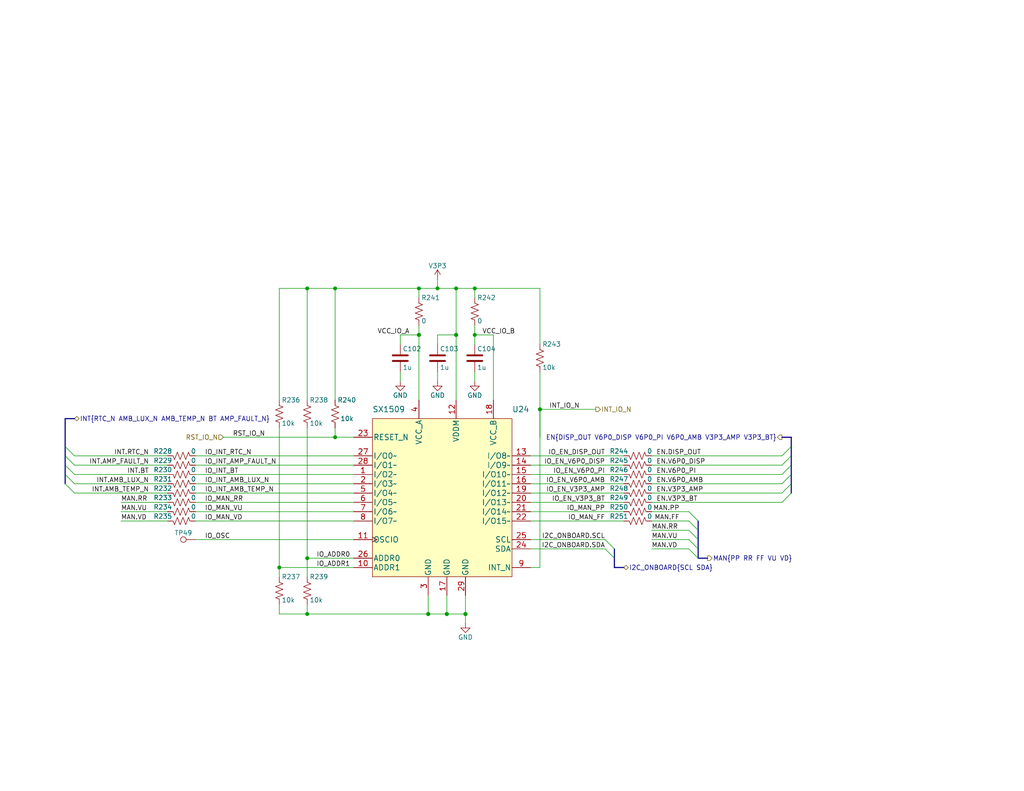
<source format=kicad_sch>
(kicad_sch (version 20211123) (generator eeschema)
  (paper "A")
  (title_block (title "Clock-Radio Main") (date "2022-03-05") (rev "0.5") (company "Ruralguru Projects") (comment 1 "Earl Watkins"))
  (lib_symbols
    (symbol "Connector:TestPoint" (pin_numbers hide) (pin_names (offset 0.762) hide)
      (property "Reference" "TP" (at 0 6.858 0))
      (property "Value" "TestPoint" (at 0 5.08 0))
      (symbol "TestPoint_0_1"
        (circle (center 0 3.302) (radius 0.762))
      )
      (symbol "TestPoint_1_1"
        (pin passive line (at 0 0 90) (length 2.54) (name "1") (number "1"))
      )
    )
    (symbol "Device:C" (pin_numbers hide) (pin_names (offset 0.254))
      (property "Reference" "C" (at 0.635 2.54 0))
      (property "Value" "C" (at 0.635 -2.54 0))
      (symbol "C_0_1"
        (polyline (pts (xy -2.032 -0.762) (xy 2.032 -0.762)) (stroke (width 0.508)))
        (polyline (pts (xy -2.032 0.762) (xy 2.032 0.762)) (stroke (width 0.508)))
      )
      (symbol "C_1_1"
        (pin passive line (at 0 3.81 270) (length 2.794) (name "~") (number "1"))
        (pin passive line (at 0 -3.81 90) (length 2.794) (name "~") (number "2"))
      )
    )
    (symbol "Device:R_US" (pin_numbers hide) (pin_names (offset 0))
      (property "Reference" "R" (at 2.54 0 90))
      (property "Value" "R_US" (at -2.54 0 90))
      (symbol "R_US_0_1"
        (polyline (pts (xy 0 -2.286) (xy 0 -2.54)))
        (polyline (pts (xy 0 2.286) (xy 0 2.54)))
        (polyline (pts (xy 0 -0.762) (xy 1.016 -1.143) (xy 0 -1.524) (xy -1.016 -1.905) (xy 0 -2.286)))
        (polyline (pts (xy 0 0.762) (xy 1.016 0.381) (xy 0 0) (xy -1.016 -0.381) (xy 0 -0.762)))
        (polyline (pts (xy 0 2.286) (xy 1.016 1.905) (xy 0 1.524) (xy -1.016 1.143) (xy 0 0.762)))
      )
      (symbol "R_US_1_1"
        (pin passive line (at 0 3.81 270) (length 1.27) (name "~") (number "1"))
        (pin passive line (at 0 -3.81 90) (length 1.27) (name "~") (number "2"))
      )
    )
    (symbol "ERW_PRIMARY:SX1509" (pin_names (offset 0.254))
      (property "Reference" "U" (at -2.54 45.72 0))
      (property "Value" "SX1509" (at -38.1 45.72 0))
      (symbol "SX1509_0_1"
        (rectangle (start -38.1 43.18) (end 0 0) (stroke (width 0.1524)) (fill (type background)))
      )
      (symbol "SX1509_1_1"
        (pin bidirectional line (at -43.18 27.94 0) (length 5.08) (name "I/O2~") (number "1"))
        (pin input line (at -43.18 2.54 0) (length 5.08) (name "ADDR1") (number "10"))
        (pin bidirectional clock (at -43.18 10.16 0) (length 5.08) (name "OSCIO") (number "11"))
        (pin power_in line (at -15.24 48.26 270) (length 5.08) (name "VDDM") (number "12"))
        (pin bidirectional line (at 5.08 33.02 180) (length 5.08) (name "I/O8~") (number "13"))
        (pin bidirectional line (at 5.08 30.48 180) (length 5.08) (name "I/O9~") (number "14"))
        (pin bidirectional line (at 5.08 27.94 180) (length 5.08) (name "I/O10~") (number "15"))
        (pin bidirectional line (at 5.08 25.4 180) (length 5.08) (name "I/O11~") (number "16"))
        (pin power_in line (at -17.78 -5.08 90) (length 5.08) (name "GND") (number "17"))
        (pin power_in line (at -5.08 48.26 270) (length 5.08) (name "VCC_B") (number "18"))
        (pin bidirectional line (at 5.08 22.86 180) (length 5.08) (name "I/O12~") (number "19"))
        (pin bidirectional line (at -43.18 25.4 0) (length 5.08) (name "I/O3~") (number "2"))
        (pin bidirectional line (at 5.08 20.32 180) (length 5.08) (name "I/O13~") (number "20"))
        (pin bidirectional line (at 5.08 17.78 180) (length 5.08) (name "I/O14~") (number "21"))
        (pin bidirectional line (at 5.08 15.24 180) (length 5.08) (name "I/O15~") (number "22"))
        (pin input line (at -43.18 38.1 0) (length 5.08) (name "RESET_N") (number "23"))
        (pin bidirectional line (at 5.08 7.62 180) (length 5.08) (name "SDA") (number "24"))
        (pin input line (at 5.08 10.16 180) (length 5.08) (name "SCL") (number "25"))
        (pin input line (at -43.18 5.08 0) (length 5.08) (name "ADDR0") (number "26"))
        (pin bidirectional line (at -43.18 33.02 0) (length 5.08) (name "I/O0~") (number "27"))
        (pin bidirectional line (at -43.18 30.48 0) (length 5.08) (name "I/O1~") (number "28"))
        (pin power_in line (at -12.7 -5.08 90) (length 5.08) (name "GND") (number "29"))
        (pin power_in line (at -22.86 -5.08 90) (length 5.08) (name "GND") (number "3"))
        (pin power_in line (at -25.4 48.26 270) (length 5.08) (name "VCC_A") (number "4"))
        (pin bidirectional line (at -43.18 22.86 0) (length 5.08) (name "I/O4~") (number "5"))
        (pin bidirectional line (at -43.18 20.32 0) (length 5.08) (name "I/O5~") (number "6"))
        (pin bidirectional line (at -43.18 17.78 0) (length 5.08) (name "I/O6~") (number "7"))
        (pin bidirectional line (at -43.18 15.24 0) (length 5.08) (name "I/O7~") (number "8"))
        (pin output line (at 5.08 2.54 180) (length 5.08) (name "INT_N") (number "9"))
      )
    )
    (symbol "ERW_Power:V3P3" (power) (pin_names (offset 0))
      (property "Value" "V3P3" (at 0 3.556 0))
      (symbol "V3P3_0_1"
        (polyline (pts (xy -0.762 1.27) (xy 0 2.54)))
        (polyline (pts (xy 0 0) (xy 0 2.54)))
        (polyline (pts (xy 0 2.54) (xy 0.762 1.27)))
      )
      (symbol "V3P3_1_1"
        (pin power_in line (at 0 0 90) (length 0) hide (name "V3P3") (number "1"))
      )
    )
    (symbol "power:GND" (power) (pin_names (offset 0))
      (property "Value" "GND" (at 0 -3.81 0))
      (symbol "GND_0_1"
        (polyline (pts (xy 0 0) (xy 0 -1.27) (xy 1.27 -1.27) (xy 0 -2.54) (xy -1.27 -1.27) (xy 0 -1.27)))
      )
      (symbol "GND_1_1"
        (pin power_in line (at 0 0 270) (length 0) hide (name "GND") (number "1"))
      )
    )
  )
  (junction (at 147.3201 111.76))
  (junction (at 116.84 167.64))
  (junction (at 121.9201 167.64))
  (junction (at 121.92 167.64))
  (junction (at 76.2001 154.94))
  (junction (at 83.8201 152.4))
  (junction (at 116.8401 167.64))
  (junction (at 124.46 91.44))
  (junction (at 83.8201 167.64))
  (junction (at 114.3 91.44))
  (junction (at 127.0001 167.64))
  (junction (at 119.3801 78.74))
  (junction (at 91.4401 78.74))
  (junction (at 129.5401 78.74))
  (junction (at 129.5401 91.44))
  (junction (at 83.8201 78.74))
  (junction (at 124.4601 78.74))
  (junction (at 114.3001 78.74))
  (junction (at 127 167.64))
  (junction (at 124.4601 91.44))
  (junction (at 91.44 119.38))
  (junction (at 147.32 111.76))
  (junction (at 114.3001 91.44))
  (bus_entry (at 213.36 127) (size 2.54 -2.54))
  (bus_entry (at 17.78 129.54) (size 2.54 2.54))
  (bus_entry (at 190.5 144.78) (size -2.54 -2.54))
  (bus_entry (at 17.78 121.92) (size 2.54 2.54))
  (bus_entry (at 190.5 142.24) (size -2.54 -2.54))
  (bus_entry (at 213.36 129.54) (size 2.54 -2.54))
  (bus_entry (at 17.78 124.46) (size 2.54 2.54))
  (bus_entry (at 213.36 124.46) (size 2.54 -2.54))
  (bus_entry (at 190.5 149.86) (size -2.54 -2.54))
  (bus_entry (at 213.36 132.08) (size 2.54 -2.54))
  (bus_entry (at 190.5 147.32) (size -2.54 -2.54))
  (bus_entry (at 213.36 134.62) (size 2.54 -2.54))
  (bus_entry (at 165.1 147.32) (size 2.54 2.54))
  (bus_entry (at 165.1 149.86) (size 2.54 2.54))
  (bus_entry (at 190.5 152.4) (size -2.54 -2.54))
  (bus_entry (at 17.78 127) (size 2.54 2.54))
  (bus_entry (at 213.36 137.16) (size 2.54 -2.54))
  (bus_entry (at 17.78 132.08) (size 2.54 2.54))
  (bus (pts (xy 215.9 121.92) (xy 215.9 119.38)))
  (wire (pts (xy 83.8201 78.74) (xy 91.4401 78.74)))
  (wire (pts (xy 147.32 111.76) (xy 147.3201 111.76)))
  (wire (pts (xy 114.3 109.22) (xy 114.3 91.44)))
  (wire (pts (xy 119.3801 76.2) (xy 119.3801 78.74)))
  (wire (pts (xy 147.3201 78.74) (xy 129.5401 78.74)))
  (wire (pts (xy 144.78 137.16) (xy 170.18 137.16)))
  (bus (pts (xy 193.04 152.4) (xy 190.5 152.4)))
  (wire (pts (xy 76.2001 109.22) (xy 76.2001 78.74)))
  (wire (pts (xy 76.2001 116.84) (xy 76.2001 154.94)))
  (bus (pts (xy 190.5 149.86) (xy 190.5 147.32)))
  (wire (pts (xy 53.34 124.46) (xy 96.52 124.46)))
  (wire (pts (xy 129.5401 91.44) (xy 134.62 91.44)))
  (wire (pts (xy 116.84 167.64) (xy 116.8401 167.64)))
  (bus (pts (xy 167.64 152.4) (xy 167.64 154.94)))
  (bus (pts (xy 190.5 144.78) (xy 190.5 142.24)))
  (wire (pts (xy 91.44 119.38) (xy 96.52 119.38)))
  (bus (pts (xy 215.9 127) (xy 215.9 129.54)))
  (wire (pts (xy 116.84 162.56) (xy 116.84 167.64)))
  (wire (pts (xy 177.8 147.32) (xy 187.96 147.32)))
  (bus (pts (xy 167.64 149.86) (xy 167.64 152.4)))
  (wire (pts (xy 114.3001 88.9) (xy 114.3001 91.44)))
  (wire (pts (xy 144.78 134.62) (xy 170.18 134.62)))
  (wire (pts (xy 144.78 132.08) (xy 170.18 132.08)))
  (wire (pts (xy 177.8 144.78) (xy 187.96 144.78)))
  (wire (pts (xy 53.34 127) (xy 96.52 127)))
  (wire (pts (xy 121.92 167.64) (xy 121.9201 167.64)))
  (bus (pts (xy 190.5 147.32) (xy 190.5 144.78)))
  (wire (pts (xy 114.3001 91.44) (xy 114.3 91.44)))
  (bus (pts (xy 17.78 127) (xy 17.78 129.54)))
  (wire (pts (xy 129.5401 93.98) (xy 129.5401 91.44)))
  (wire (pts (xy 127 167.64) (xy 121.9201 167.64)))
  (wire (pts (xy 144.78 147.32) (xy 165.1 147.32)))
  (wire (pts (xy 177.8 129.54) (xy 213.36 129.54)))
  (wire (pts (xy 177.8 142.24) (xy 187.96 142.24)))
  (wire (pts (xy 127 162.56) (xy 127 167.64)))
  (wire (pts (xy 119.3801 78.74) (xy 114.3001 78.74)))
  (bus (pts (xy 17.78 114.3) (xy 17.78 121.92)))
  (wire (pts (xy 144.78 142.24) (xy 170.18 142.24)))
  (wire (pts (xy 144.78 129.54) (xy 170.18 129.54)))
  (wire (pts (xy 147.3201 111.76) (xy 147.3201 119.38)))
  (wire (pts (xy 96.52 152.4) (xy 83.8201 152.4)))
  (wire (pts (xy 147.32 101.6) (xy 147.3201 119.38)))
  (wire (pts (xy 124.4601 78.74) (xy 129.5401 78.74)))
  (wire (pts (xy 91.44 116.84) (xy 91.44 119.38)))
  (bus (pts (xy 215.9 124.46) (xy 215.9 121.92)))
  (wire (pts (xy 53.34 137.16) (xy 96.52 137.16)))
  (wire (pts (xy 53.34 134.62) (xy 96.52 134.62)))
  (wire (pts (xy 119.3801 101.6) (xy 119.3801 104.14)))
  (wire (pts (xy 144.78 154.94) (xy 147.32 154.94)))
  (bus (pts (xy 215.9 132.08) (xy 215.9 134.62)))
  (wire (pts (xy 83.8201 152.4) (xy 83.8201 116.84)))
  (wire (pts (xy 76.2001 154.94) (xy 76.2001 157.48)))
  (bus (pts (xy 17.78 121.92) (xy 17.78 124.46)))
  (wire (pts (xy 83.8201 152.4) (xy 83.8201 157.48)))
  (bus (pts (xy 190.5 152.4) (xy 190.5 149.86)))
  (bus (pts (xy 17.78 114.3) (xy 20.32 114.3)))
  (wire (pts (xy 124.4601 78.74) (xy 124.4601 91.44)))
  (wire (pts (xy 20.32 132.08) (xy 45.72 132.08)))
  (bus (pts (xy 215.9 127) (xy 215.9 124.46)))
  (wire (pts (xy 20.32 127) (xy 45.72 127)))
  (wire (pts (xy 53.34 139.7) (xy 96.52 139.7)))
  (wire (pts (xy 144.78 124.46) (xy 170.18 124.46)))
  (wire (pts (xy 91.4401 78.74) (xy 91.44 109.22)))
  (wire (pts (xy 60.96 119.38) (xy 91.44 119.38)))
  (wire (pts (xy 20.32 124.46) (xy 45.72 124.46)))
  (wire (pts (xy 147.3201 119.38) (xy 147.32 154.94)))
  (wire (pts (xy 76.2001 167.64) (xy 83.8201 167.64)))
  (wire (pts (xy 76.2001 78.74) (xy 83.8201 78.74)))
  (wire (pts (xy 83.8201 109.22) (xy 83.8201 78.74)))
  (wire (pts (xy 124.46 91.44) (xy 119.3801 91.44)))
  (wire (pts (xy 127 167.64) (xy 127.0001 167.64)))
  (wire (pts (xy 119.3801 91.44) (xy 119.3801 93.98)))
  (wire (pts (xy 177.8 149.86) (xy 187.96 149.86)))
  (bus (pts (xy 215.9 132.08) (xy 215.9 129.54)))
  (bus (pts (xy 17.78 129.54) (xy 17.78 132.08)))
  (wire (pts (xy 114.3001 78.74) (xy 91.4401 78.74)))
  (wire (pts (xy 177.8 134.62) (xy 213.36 134.62)))
  (wire (pts (xy 53.34 147.32) (xy 96.52 147.32)))
  (bus (pts (xy 167.64 154.94) (xy 170.18 154.94)))
  (wire (pts (xy 53.34 132.08) (xy 96.52 132.08)))
  (wire (pts (xy 144.78 149.86) (xy 165.1 149.86)))
  (wire (pts (xy 127.0001 167.64) (xy 127.0001 170.18)))
  (wire (pts (xy 144.78 139.7) (xy 170.18 139.7)))
  (wire (pts (xy 76.2001 154.94) (xy 96.52 154.94)))
  (wire (pts (xy 177.8 132.08) (xy 213.36 132.08)))
  (wire (pts (xy 147.3201 111.76) (xy 162.56 111.76)))
  (wire (pts (xy 129.5401 88.9) (xy 129.5401 91.44)))
  (wire (pts (xy 83.8201 167.64) (xy 116.84 167.64)))
  (wire (pts (xy 177.8 139.7) (xy 187.96 139.7)))
  (wire (pts (xy 33.02 142.24) (xy 45.72 142.24)))
  (wire (pts (xy 114.3 91.44) (xy 109.2201 91.44)))
  (wire (pts (xy 177.8 127) (xy 213.36 127)))
  (wire (pts (xy 121.92 167.64) (xy 116.8401 167.64)))
  (bus (pts (xy 213.36 119.38) (xy 215.9 119.38)))
  (wire (pts (xy 177.8 137.16) (xy 213.36 137.16)))
  (wire (pts (xy 20.32 129.54) (xy 45.72 129.54)))
  (wire (pts (xy 109.2201 101.6) (xy 109.2201 104.14)))
  (wire (pts (xy 114.3001 78.74) (xy 114.3001 81.28)))
  (wire (pts (xy 129.5401 101.6) (xy 129.5401 104.14)))
  (wire (pts (xy 147.32 93.98) (xy 147.3201 78.74)))
  (wire (pts (xy 134.62 91.44) (xy 134.62 109.22)))
  (wire (pts (xy 109.2201 91.44) (xy 109.2201 93.98)))
  (wire (pts (xy 33.02 137.16) (xy 45.72 137.16)))
  (wire (pts (xy 124.46 91.44) (xy 124.4601 91.44)))
  (wire (pts (xy 20.32 134.62) (xy 45.72 134.62)))
  (wire (pts (xy 121.92 162.56) (xy 121.92 167.64)))
  (wire (pts (xy 144.78 127) (xy 170.18 127)))
  (wire (pts (xy 53.34 142.24) (xy 96.52 142.24)))
  (wire (pts (xy 177.8 124.46) (xy 213.36 124.46)))
  (bus (pts (xy 17.78 124.46) (xy 17.78 127)))
  (wire (pts (xy 124.46 109.22) (xy 124.46 91.44)))
  (wire (pts (xy 83.8201 165.1) (xy 83.8201 167.64)))
  (wire (pts (xy 53.34 129.54) (xy 96.52 129.54)))
  (wire (pts (xy 76.2001 165.1) (xy 76.2001 167.64)))
  (wire (pts (xy 33.02 139.7) (xy 45.72 139.7)))
  (wire (pts (xy 119.3801 78.74) (xy 124.4601 78.74)))
  (wire (pts (xy 129.5401 81.28) (xy 129.5401 78.74)))
  (text "${SHEETNAME}" (at 12.7 30.48 0) (effects (font (size 10.16 10.16) (thickness 2.032) bold) (justify left bottom)))
  (label "IO_MAN_VD" (at 55.88 142.24 0))
  (label "INT.AMB_LUX_N" (at 40.64 132.08 180))
  (label "MAN.VU" (at 33.02 139.7 0))
  (label "IO_MAN_RR" (at 55.88 137.16 0))
  (label "I2C_ONBOARD.SCL" (at 165.1 147.32 180))
  (label "I2C_ONBOARD.SDA" (at 165.1 149.86 180))
  (label "MAN.RR" (at 33.02 137.16 0))
  (label "IO_INT_AMP_FAULT_N" (at 55.88 127 0))
  (label "EN.V6P0_DISP" (at 179.07 127 0))
  (label "IO_INT_BT" (at 55.88 129.54 0))
  (label "INT.AMP_FAULT_N" (at 40.64 127 180))
  (label "VCC_IO_A" (at 111.7601 91.44 180))
  (label "EN.V3P3_BT" (at 179.07 137.16 0))
  (label "MAN.FF" (at 185.42 142.24 180))
  (label "EN.V6P0_AMB" (at 179.07 132.08 0))
  (label "INT_IO_N" (at 149.86 111.76 0))
  (label "INT.AMB_TEMP_N" (at 40.64 134.62 180))
  (label "EN.DISP_OUT" (at 179.07 124.46 0))
  (label "IO_EN_V6P0_AMB" (at 165.1 132.08 180))
  (label "IO_ADDR0" (at 86.3601 152.4 0))
  (label "INT.BT" (at 40.64 129.54 180))
  (label "EN.V3P3_AMP" (at 179.07 134.62 0))
  (label "IO_EN_V6P0_DISP" (at 165.1 127 180))
  (label "MAN.VU" (at 177.8 147.32 0))
  (label "IO_EN_V3P3_BT" (at 165.1 137.16 180))
  (label "IO_MAN_PP" (at 165.1 139.7 180))
  (label "MAN.VD" (at 33.02 142.24 0))
  (label "MAN.VD" (at 177.8 149.86 0))
  (label "IO_EN_V6P0_PI" (at 165.1 129.54 180))
  (label "IO_MAN_VU" (at 55.88 139.7 0))
  (label "EN.V6P0_PI" (at 179.07 129.54 0))
  (label "IO_INT_AMB_LUX_N" (at 55.88 132.08 0))
  (label "MAN.RR" (at 177.8 144.78 0))
  (label "INT.RTC_N" (at 40.64 124.46 180))
  (label "IO_EN_DISP_OUT" (at 165.1 124.46 180))
  (label "IO_INT_AMB_TEMP_N" (at 55.88 134.62 0))
  (label "IO_ADDR1" (at 86.3601 154.94 0))
  (label "IO_OSC" (at 55.88 147.32 0))
  (label "RST_IO_N" (at 63.5 119.38 0))
  (label "IO_INT_RTC_N" (at 55.88 124.46 0))
  (label "MAN.PP" (at 185.42 139.7 180))
  (label "IO_MAN_FF" (at 165.1 142.24 180))
  (label "IO_EN_V3P3_AMP" (at 165.1 134.62 180))
  (label "VCC_IO_B" (at 131.5721 91.44 0))
  (hierarchical_label "MAN{PP RR FF VU VD}" (shape output) (at 193.04 152.4 0))
  (hierarchical_label "I2C_ONBOARD{SCL SDA}" (shape bidirectional) (at 170.18 154.94 0))
  (hierarchical_label "EN{DISP_OUT V6P0_DISP V6P0_PI V6P0_AMB V3P3_AMP V3P3_BT}" (shape output) (at 213.36 119.38 0))
  (hierarchical_label "INT{RTC_N AMB_LUX_N AMB_TEMP_N BT AMP_FAULT_N}" (shape bidirectional) (at 20.32 114.3 0))
  (hierarchical_label "RST_IO_N" (shape input) (at 60.96 119.38 180))
  (hierarchical_label "INT_IO_N" (shape output) (at 162.56 111.76 0))
  (symbol (lib_id "Device:R_US") (at 49.53 137.16 270) (mirror x) (unit 1)
    (property "Reference" "R233" (at 46.99 135.89 90) (effects (justify right)))
    (property "Value" "0" (at 52.07 135.89 90) (effects (justify left)))
    (property "Footprint" "Resistor_SMD:R_0603_1608Metric_Pad0.98x0.95mm_HandSolder" (effects hide))
    (property "Description" "Resistors - SMD 0 Ohms 100 mW 0603 1%" (effects hide))
    (property "MFR" "YAGEO" (effects hide))
    (property "MPN" "RC0603FR-130RL" (effects hide))
    (property "Vendor" "Mouser" (effects hide))
    (property "Vendor PN" "603-RC0603FR-130RL" (effects hide))
  )
  (symbol (lib_id "power:GND") (at 127.0001 170.18 0) (unit 1)
    (property "Reference" "#PWR097" (effects hide))
    (property "Value" "GND" (at 127.0001 173.99 0))
  )
  (symbol (lib_id "Device:R_US") (at 173.99 127 270) (mirror x) (unit 1)
    (property "Reference" "R245" (at 171.45 125.73 90) (effects (justify right)))
    (property "Value" "0" (at 176.53 125.73 90) (effects (justify left)))
    (property "Footprint" "Resistor_SMD:R_0603_1608Metric_Pad0.98x0.95mm_HandSolder" (effects hide))
    (property "Description" "Resistors - SMD 0 Ohms 100 mW 0603 1%" (effects hide))
    (property "MFR" "YAGEO" (effects hide))
    (property "MPN" "RC0603FR-130RL" (effects hide))
    (property "Vendor" "Mouser" (effects hide))
    (property "Vendor PN" "603-RC0603FR-130RL" (effects hide))
  )
  (symbol (lib_id "Device:C") (at 129.5401 97.79 0) (unit 1)
    (property "Reference" "C104" (at 130.1751 95.25 0) (effects (justify left)))
    (property "Value" "1u" (at 130.1751 100.33 0) (effects (justify left)))
    (property "Footprint" "Capacitor_SMD:C_0805_2012Metric_Pad1.18x1.45mm_HandSolder" (effects hide))
    (property "Description" "MLCC - SMD/SMT 1uF+/-10% 50V X7R 20 0805" (effects hide))
    (property "MFR" "Samsung Electro-Mechanics" (effects hide))
    (property "MPN" "CL21B105KBFNFNE" (effects hide))
    (property "Status" "ALWAYS" (effects hide))
    (property "Vendor" "Mouser" (effects hide))
    (property "Vendor PN" "187-CL21B105KBFNFNE" (effects hide))
  )
  (symbol (lib_id "Device:R_US") (at 173.99 142.24 270) (mirror x) (unit 1)
    (property "Reference" "R251" (at 171.45 140.97 90) (effects (justify right)))
    (property "Value" "0" (at 176.53 140.97 90) (effects (justify left)))
    (property "Footprint" "Resistor_SMD:R_0603_1608Metric_Pad0.98x0.95mm_HandSolder" (effects hide))
    (property "Description" "Resistors - SMD 0 Ohms 100 mW 0603 1%" (effects hide))
    (property "MFR" "YAGEO" (effects hide))
    (property "MPN" "RC0603FR-130RL" (effects hide))
    (property "Vendor" "Mouser" (effects hide))
    (property "Vendor PN" "603-RC0603FR-130RL" (effects hide))
  )
  (symbol (lib_id "Device:R_US") (at 173.99 124.46 270) (mirror x) (unit 1)
    (property "Reference" "R244" (at 171.45 123.19 90) (effects (justify right)))
    (property "Value" "0" (at 176.53 123.19 90) (effects (justify left)))
    (property "Footprint" "Resistor_SMD:R_0603_1608Metric_Pad0.98x0.95mm_HandSolder" (effects hide))
    (property "Description" "Resistors - SMD 0 Ohms 100 mW 0603 1%" (effects hide))
    (property "MFR" "YAGEO" (effects hide))
    (property "MPN" "RC0603FR-130RL" (effects hide))
    (property "Vendor" "Mouser" (effects hide))
    (property "Vendor PN" "603-RC0603FR-130RL" (effects hide))
  )
  (symbol (lib_id "Device:C") (at 109.2201 97.79 0) (unit 1)
    (property "Reference" "C102" (at 109.8551 95.25 0) (effects (justify left)))
    (property "Value" "1u" (at 109.8551 100.33 0) (effects (justify left)))
    (property "Footprint" "Capacitor_SMD:C_0805_2012Metric_Pad1.18x1.45mm_HandSolder" (effects hide))
    (property "Description" "MLCC - SMD/SMT 1uF+/-10% 50V X7R 20 0805" (effects hide))
    (property "MFR" "Samsung Electro-Mechanics" (effects hide))
    (property "MPN" "CL21B105KBFNFNE" (effects hide))
    (property "Status" "ALWAYS" (effects hide))
    (property "Vendor" "Mouser" (effects hide))
    (property "Vendor PN" "187-CL21B105KBFNFNE" (effects hide))
  )
  (symbol (lib_id "Device:R_US") (at 49.53 129.54 270) (mirror x) (unit 1)
    (property "Reference" "R230" (at 46.99 128.27 90) (effects (justify right)))
    (property "Value" "0" (at 52.07 128.27 90) (effects (justify left)))
    (property "Footprint" "Resistor_SMD:R_0603_1608Metric_Pad0.98x0.95mm_HandSolder" (effects hide))
    (property "Description" "Resistors - SMD 0 Ohms 100 mW 0603 1%" (effects hide))
    (property "MFR" "YAGEO" (effects hide))
    (property "MPN" "RC0603FR-130RL" (effects hide))
    (property "Vendor" "Mouser" (effects hide))
    (property "Vendor PN" "603-RC0603FR-130RL" (effects hide))
  )
  (symbol (lib_id "Device:C") (at 119.3801 97.79 0) (unit 1)
    (property "Reference" "C103" (at 120.0151 95.25 0) (effects (justify left)))
    (property "Value" "1u" (at 120.0151 100.33 0) (effects (justify left)))
    (property "Footprint" "Capacitor_SMD:C_0805_2012Metric_Pad1.18x1.45mm_HandSolder" (effects hide))
    (property "Description" "MLCC - SMD/SMT 1uF+/-10% 50V X7R 20 0805" (effects hide))
    (property "MFR" "Samsung Electro-Mechanics" (effects hide))
    (property "MPN" "CL21B105KBFNFNE" (effects hide))
    (property "Status" "ALWAYS" (effects hide))
    (property "Vendor" "Mouser" (effects hide))
    (property "Vendor PN" "187-CL21B105KBFNFNE" (effects hide))
  )
  (symbol (lib_id "Device:R_US") (at 173.99 137.16 270) (mirror x) (unit 1)
    (property "Reference" "R249" (at 171.45 135.89 90) (effects (justify right)))
    (property "Value" "0" (at 176.53 135.89 90) (effects (justify left)))
    (property "Footprint" "Resistor_SMD:R_0603_1608Metric_Pad0.98x0.95mm_HandSolder" (effects hide))
    (property "Description" "Resistors - SMD 0 Ohms 100 mW 0603 1%" (effects hide))
    (property "MFR" "YAGEO" (effects hide))
    (property "MPN" "RC0603FR-130RL" (effects hide))
    (property "Vendor" "Mouser" (effects hide))
    (property "Vendor PN" "603-RC0603FR-130RL" (effects hide))
  )
  (symbol (lib_id "Device:R_US") (at 173.99 132.08 270) (mirror x) (unit 1)
    (property "Reference" "R247" (at 171.45 130.81 90) (effects (justify right)))
    (property "Value" "0" (at 176.53 130.81 90) (effects (justify left)))
    (property "Footprint" "Resistor_SMD:R_0603_1608Metric_Pad0.98x0.95mm_HandSolder" (effects hide))
    (property "Description" "Resistors - SMD 0 Ohms 100 mW 0603 1%" (effects hide))
    (property "MFR" "YAGEO" (effects hide))
    (property "MPN" "RC0603FR-130RL" (effects hide))
    (property "Vendor" "Mouser" (effects hide))
    (property "Vendor PN" "603-RC0603FR-130RL" (effects hide))
  )
  (symbol (lib_id "power:GND") (at 119.3801 104.14 0) (unit 1)
    (property "Reference" "#PWR096" (effects hide))
    (property "Value" "GND" (at 119.3801 107.95 0))
  )
  (symbol (lib_id "power:GND") (at 109.2201 104.14 0) (unit 1)
    (property "Reference" "#PWR094" (effects hide))
    (property "Value" "GND" (at 109.2201 107.95 0))
  )
  (symbol (lib_id "Device:R_US") (at 49.53 124.46 270) (mirror x) (unit 1)
    (property "Reference" "R228" (at 46.99 123.19 90) (effects (justify right)))
    (property "Value" "0" (at 52.07 123.19 90) (effects (justify left)))
    (property "Footprint" "Resistor_SMD:R_0603_1608Metric_Pad0.98x0.95mm_HandSolder" (effects hide))
    (property "Description" "Resistors - SMD 0 Ohms 100 mW 0603 1%" (effects hide))
    (property "MFR" "YAGEO" (effects hide))
    (property "MPN" "RC0603FR-130RL" (effects hide))
    (property "Vendor" "Mouser" (effects hide))
    (property "Vendor PN" "603-RC0603FR-130RL" (effects hide))
  )
  (symbol (lib_id "ERW_PRIMARY:SX1509") (at 139.7 157.48 0) (unit 1)
    (property "Reference" "U24" (at 139.7 111.76 0) (effects (font (size 1.524 1.524)) (justify left)))
    (property "Value" "SX1509" (at 101.6 111.76 0) (effects (font (size 1.524 1.524)) (justify left)))
    (property "Footprint" "ERW_QFN:QFN-28" (effects hide))
    (property "Description" "Interface - I/O Expanders 16 CHAN LOW VOLT GPIO + PWM" (effects hide))
    (property "MFR" "Semtech" (effects hide))
    (property "MPN" "SX1509QBIULTRT" (effects hide))
    (property "Status" "ALWAYS" (effects hide))
    (property "Vendor" "Mouser" (effects hide))
    (property "Vendor PN" "947-SX1509QBIULTRT" (effects hide))
  )
  (symbol (lib_id "power:GND") (at 129.5401 104.14 0) (unit 1)
    (property "Reference" "#PWR098" (effects hide))
    (property "Value" "GND" (at 129.5401 107.95 0))
  )
  (symbol (lib_id "Device:R_US") (at 129.5401 85.09 180) (unit 1)
    (property "Reference" "R242" (at 130.1751 81.28 0) (effects (justify right)))
    (property "Value" "0" (at 130.1751 87.63 0) (effects (justify right)))
    (property "Footprint" "Resistor_SMD:R_0603_1608Metric_Pad0.98x0.95mm_HandSolder" (effects hide))
    (property "Description" "Resistors - SMD 0 Ohms 100 mW 0603 1%" (effects hide))
    (property "MFR" "YAGEO" (effects hide))
    (property "MPN" "RC0603FR-130RL" (effects hide))
    (property "Vendor" "Mouser" (effects hide))
    (property "Vendor PN" "603-RC0603FR-130RL" (effects hide))
  )
  (symbol (lib_id "Device:R_US") (at 49.53 132.08 270) (mirror x) (unit 1)
    (property "Reference" "R231" (at 46.99 130.81 90) (effects (justify right)))
    (property "Value" "0" (at 52.07 130.81 90) (effects (justify left)))
    (property "Footprint" "Resistor_SMD:R_0603_1608Metric_Pad0.98x0.95mm_HandSolder" (effects hide))
    (property "Description" "Resistors - SMD 0 Ohms 100 mW 0603 1%" (effects hide))
    (property "MFR" "YAGEO" (effects hide))
    (property "MPN" "RC0603FR-130RL" (effects hide))
    (property "Vendor" "Mouser" (effects hide))
    (property "Vendor PN" "603-RC0603FR-130RL" (effects hide))
  )
  (symbol (lib_id "Device:R_US") (at 49.53 139.7 270) (mirror x) (unit 1)
    (property "Reference" "R234" (at 46.99 138.43 90) (effects (justify right)))
    (property "Value" "0" (at 52.07 138.43 90) (effects (justify left)))
    (property "Footprint" "Resistor_SMD:R_0603_1608Metric_Pad0.98x0.95mm_HandSolder" (effects hide))
    (property "Description" "Resistors - SMD 0 Ohms 100 mW 0603 1%" (effects hide))
    (property "MFR" "YAGEO" (effects hide))
    (property "MPN" "RC0603FR-130RL" (effects hide))
    (property "Vendor" "Mouser" (effects hide))
    (property "Vendor PN" "603-RC0603FR-130RL" (effects hide))
  )
  (symbol (lib_id "Device:R_US") (at 173.99 139.7 270) (mirror x) (unit 1)
    (property "Reference" "R250" (at 171.45 138.43 90) (effects (justify right)))
    (property "Value" "0" (at 176.5503 138.5017 90) (effects (justify left)))
    (property "Footprint" "Resistor_SMD:R_0603_1608Metric_Pad0.98x0.95mm_HandSolder" (effects hide))
    (property "Description" "Resistors - SMD 0 Ohms 100 mW 0603 1%" (effects hide))
    (property "MFR" "YAGEO" (effects hide))
    (property "MPN" "RC0603FR-130RL" (effects hide))
    (property "Vendor" "Mouser" (effects hide))
    (property "Vendor PN" "603-RC0603FR-130RL" (effects hide))
  )
  (symbol (lib_id "Device:R_US") (at 114.3001 85.09 180) (unit 1)
    (property "Reference" "R241" (at 114.9351 81.28 0) (effects (justify right)))
    (property "Value" "0" (at 114.9351 87.63 0) (effects (justify right)))
    (property "Footprint" "Resistor_SMD:R_0603_1608Metric_Pad0.98x0.95mm_HandSolder" (effects hide))
    (property "Description" "Resistors - SMD 0 Ohms 100 mW 0603 1%" (effects hide))
    (property "MFR" "YAGEO" (effects hide))
    (property "MPN" "RC0603FR-130RL" (effects hide))
    (property "Vendor" "Mouser" (effects hide))
    (property "Vendor PN" "603-RC0603FR-130RL" (effects hide))
  )
  (symbol (lib_id "Device:R_US") (at 83.8201 161.29 180) (unit 1)
    (property "Reference" "R239" (at 84.4551 157.48 0) (effects (justify right)))
    (property "Value" "10k" (at 84.4551 163.83 0) (effects (justify right)))
    (property "Footprint" "Resistor_SMD:R_0603_1608Metric_Pad0.98x0.95mm_HandSolder" (effects hide))
    (property "Description" "Resistors - SMD 10 kOhms 100 mW 0603 1%" (effects hide))
    (property "MFR" "YAGEO" (effects hide))
    (property "MPN" "AC0603FR-1310KL" (effects hide))
    (property "Vendor" "Mouser" (effects hide))
    (property "Vendor PN" "603-AC0603FR-1310KL" (effects hide))
  )
  (symbol (lib_id "Device:R_US") (at 49.53 127 270) (mirror x) (unit 1)
    (property "Reference" "R229" (at 46.99 125.73 90) (effects (justify right)))
    (property "Value" "0" (at 52.07 125.73 90) (effects (justify left)))
    (property "Footprint" "Resistor_SMD:R_0603_1608Metric_Pad0.98x0.95mm_HandSolder" (effects hide))
    (property "Description" "Resistors - SMD 0 Ohms 100 mW 0603 1%" (effects hide))
    (property "MFR" "YAGEO" (effects hide))
    (property "MPN" "RC0603FR-130RL" (effects hide))
    (property "Vendor" "Mouser" (effects hide))
    (property "Vendor PN" "603-RC0603FR-130RL" (effects hide))
  )
  (symbol (lib_id "Device:R_US") (at 173.99 134.62 270) (mirror x) (unit 1)
    (property "Reference" "R248" (at 171.45 133.35 90) (effects (justify right)))
    (property "Value" "0" (at 176.53 133.35 90) (effects (justify left)))
    (property "Footprint" "Resistor_SMD:R_0603_1608Metric_Pad0.98x0.95mm_HandSolder" (effects hide))
    (property "Description" "Resistors - SMD 0 Ohms 100 mW 0603 1%" (effects hide))
    (property "MFR" "YAGEO" (effects hide))
    (property "MPN" "RC0603FR-130RL" (effects hide))
    (property "Vendor" "Mouser" (effects hide))
    (property "Vendor PN" "603-RC0603FR-130RL" (effects hide))
  )
  (symbol (lib_id "Device:R_US") (at 147.32 97.79 180) (unit 1)
    (property "Reference" "R243" (at 147.955 93.98 0) (effects (justify right)))
    (property "Value" "10k" (at 147.955 100.33 0) (effects (justify right)))
    (property "Footprint" "Resistor_SMD:R_0603_1608Metric_Pad0.98x0.95mm_HandSolder" (effects hide))
    (property "Description" "Resistors - SMD 10 kOhms 100 mW 0603 1%" (effects hide))
    (property "MFR" "YAGEO" (effects hide))
    (property "MPN" "AC0603FR-1310KL" (effects hide))
    (property "Vendor" "Mouser" (effects hide))
    (property "Vendor PN" "603-AC0603FR-1310KL" (effects hide))
  )
  (symbol (lib_id "Device:R_US") (at 173.99 129.54 270) (mirror x) (unit 1)
    (property "Reference" "R246" (at 171.45 128.27 90) (effects (justify right)))
    (property "Value" "0" (at 176.53 128.27 90) (effects (justify left)))
    (property "Footprint" "Resistor_SMD:R_0603_1608Metric_Pad0.98x0.95mm_HandSolder" (effects hide))
    (property "Description" "Resistors - SMD 0 Ohms 100 mW 0603 1%" (effects hide))
    (property "MFR" "YAGEO" (effects hide))
    (property "MPN" "RC0603FR-130RL" (effects hide))
    (property "Vendor" "Mouser" (effects hide))
    (property "Vendor PN" "603-RC0603FR-130RL" (effects hide))
  )
  (symbol (lib_id "Device:R_US") (at 76.2001 161.29 180) (unit 1)
    (property "Reference" "R237" (at 76.8351 157.48 0) (effects (justify right)))
    (property "Value" "10k" (at 76.8351 163.83 0) (effects (justify right)))
    (property "Footprint" "Resistor_SMD:R_0603_1608Metric_Pad0.98x0.95mm_HandSolder" (effects hide))
    (property "Description" "Resistors - SMD 10 kOhms 100 mW 0603 1%" (effects hide))
    (property "MFR" "YAGEO" (effects hide))
    (property "MPN" "AC0603FR-1310KL" (effects hide))
    (property "Vendor" "Mouser" (effects hide))
    (property "Vendor PN" "603-AC0603FR-1310KL" (effects hide))
  )
  (symbol (lib_id "Connector:TestPoint") (at 53.34 147.32 90) (unit 1)
    (property "Reference" "TP49" (at 50.038 145.4935 90))
    (property "Value" "TestPoint" (effects hide))
    (property "Footprint" "TestPoint:TestPoint_Pad_D2.0mm" (effects hide))
    (property "Datasheet" "-" (effects hide))
    (property "Status" "FAB" (effects hide))
    (property "Description" "-" (effects hide))
    (property "JLBPCB# (Optional)" "-" (effects hide))
    (property "MFR" "-" (effects hide))
    (property "MPN" "-" (effects hide))
    (property "Vendor" "-" (effects hide))
    (property "Vendor PN" "-" (effects hide))
  )
  (symbol (lib_id "ERW_Power:V3P3") (at 119.3801 76.2 0) (unit 1)
    (property "Reference" "#PWR095" (effects hide))
    (property "Value" "V3P3" (at 119.3801 72.5955 0))
  )
  (symbol (lib_id "Device:R_US") (at 83.8201 113.03 180) (unit 1)
    (property "Reference" "R238" (at 84.4551 109.22 0) (effects (justify right)))
    (property "Value" "10k" (at 84.4551 115.57 0) (effects (justify right)))
    (property "Footprint" "Resistor_SMD:R_0603_1608Metric_Pad0.98x0.95mm_HandSolder" (effects hide))
    (property "Description" "Resistors - SMD 10 kOhms 100 mW 0603 1%" (effects hide))
    (property "MFR" "YAGEO" (effects hide))
    (property "MPN" "AC0603FR-1310KL" (effects hide))
    (property "Vendor" "Mouser" (effects hide))
    (property "Vendor PN" "603-AC0603FR-1310KL" (effects hide))
  )
  (symbol (lib_id "Device:R_US") (at 49.53 134.62 270) (mirror x) (unit 1)
    (property "Reference" "R232" (at 46.99 133.35 90) (effects (justify right)))
    (property "Value" "0" (at 52.07 133.35 90) (effects (justify left)))
    (property "Footprint" "Resistor_SMD:R_0603_1608Metric_Pad0.98x0.95mm_HandSolder" (effects hide))
    (property "Description" "Resistors - SMD 0 Ohms 100 mW 0603 1%" (effects hide))
    (property "MFR" "YAGEO" (effects hide))
    (property "MPN" "RC0603FR-130RL" (effects hide))
    (property "Vendor" "Mouser" (effects hide))
    (property "Vendor PN" "603-RC0603FR-130RL" (effects hide))
  )
  (symbol (lib_id "Device:R_US") (at 76.2001 113.03 180) (unit 1)
    (property "Reference" "R236" (at 76.8351 109.22 0) (effects (justify right)))
    (property "Value" "10k" (at 76.8351 115.57 0) (effects (justify right)))
    (property "Footprint" "Resistor_SMD:R_0603_1608Metric_Pad0.98x0.95mm_HandSolder" (effects hide))
    (property "Description" "Resistors - SMD 10 kOhms 100 mW 0603 1%" (effects hide))
    (property "MFR" "YAGEO" (effects hide))
    (property "MPN" "AC0603FR-1310KL" (effects hide))
    (property "Vendor" "Mouser" (effects hide))
    (property "Vendor PN" "603-AC0603FR-1310KL" (effects hide))
  )
  (symbol (lib_id "Device:R_US") (at 49.53 142.24 270) (mirror x) (unit 1)
    (property "Reference" "R235" (at 46.99 140.97 90) (effects (justify right)))
    (property "Value" "0" (at 52.07 140.97 90) (effects (justify left)))
    (property "Footprint" "Resistor_SMD:R_0603_1608Metric_Pad0.98x0.95mm_HandSolder" (effects hide))
    (property "Description" "Resistors - SMD 0 Ohms 100 mW 0603 1%" (effects hide))
    (property "MFR" "YAGEO" (effects hide))
    (property "MPN" "RC0603FR-130RL" (effects hide))
    (property "Vendor" "Mouser" (effects hide))
    (property "Vendor PN" "603-RC0603FR-130RL" (effects hide))
  )
  (symbol (lib_id "Device:R_US") (at 91.44 113.03 180) (unit 1)
    (property "Reference" "R240" (at 92.075 109.22 0) (effects (justify right)))
    (property "Value" "10k" (at 96.5199 114.3 0) (effects (justify left)))
    (property "Footprint" "Resistor_SMD:R_0603_1608Metric_Pad0.98x0.95mm_HandSolder" (effects hide))
    (property "Description" "Resistors - SMD 10 kOhms 100 mW 0603 1%" (effects hide))
    (property "MFR" "YAGEO" (effects hide))
    (property "MPN" "AC0603FR-1310KL" (effects hide))
    (property "Vendor" "Mouser" (effects hide))
    (property "Vendor PN" "603-AC0603FR-1310KL" (effects hide))
  )
)
</source>
